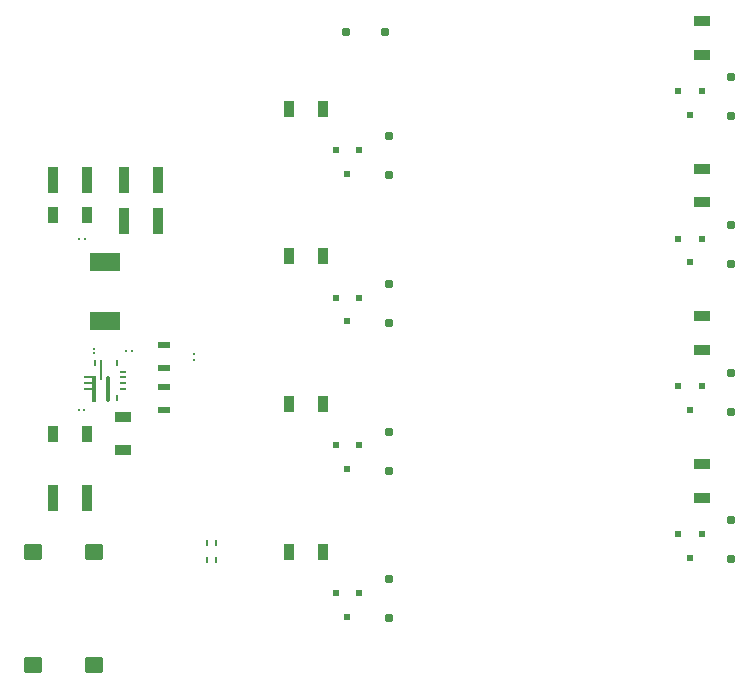
<source format=gbr>
G04 --- HEADER BEGIN --- *
G04 #@! TF.GenerationSoftware,LibrePCB,LibrePCB,1.0.0*
G04 #@! TF.CreationDate,2024-04-28T16:03:24*
G04 #@! TF.ProjectId,OSm Thermal,b11a65fa-6c4c-431c-8545-341aca355aaf,v1.5*
G04 #@! TF.Part,Single*
G04 #@! TF.SameCoordinates*
G04 #@! TF.FileFunction,Paste,Top*
G04 #@! TF.FilePolarity,Positive*
%FSLAX66Y66*%
%MOMM*%
G01*
G75*
G04 --- HEADER END --- *
G04 --- APERTURE LIST BEGIN --- *
%AMROUNDEDRECT10*20,1,0.72,-0.225,0.0,0.225,0.0,0.0*20,1,0.45,-0.36,0.0,0.36,0.0,0.0*1,1,0.27,-0.225,0.225*1,1,0.27,0.225,0.225*1,1,0.27,0.225,-0.225*1,1,0.27,-0.225,-0.225*%
%ADD10ROUNDEDRECT10*%
%AMROUNDEDRECT11*20,1,1.6,-1.25,0.0,1.25,0.0,0.0*20,1,1.5,-1.3,0.0,1.3,0.0,0.0*1,1,0.1,-1.25,0.75*1,1,0.1,1.25,0.75*1,1,0.1,1.25,-0.75*1,1,0.1,-1.25,-0.75*%
%ADD11ROUNDEDRECT11*%
%AMROUNDEDRECT12*20,1,0.2,-0.2375,0.0,0.2375,0.0,0.0*20,1,0.125,-0.275,0.0,0.275,0.0,0.0*1,1,0.075,-0.2375,0.0625*1,1,0.075,0.2375,0.0625*1,1,0.075,0.2375,-0.0625*1,1,0.075,-0.2375,-0.0625*%
%ADD12ROUNDEDRECT12*%
%AMROUNDEDRECT13*20,1,0.2,-0.2375,0.0,0.2375,0.0,90.0*20,1,0.125,-0.275,0.0,0.275,0.0,90.0*1,1,0.075,-0.0625,-0.2375*1,1,0.075,-0.0625,0.2375*1,1,0.075,0.0625,0.2375*1,1,0.075,0.0625,-0.2375*%
%ADD13ROUNDEDRECT13*%
%AMROUNDEDRECT14*20,1,0.2,-0.2875,0.0,0.2875,0.0,0.0*20,1,0.125,-0.325,0.0,0.325,0.0,0.0*1,1,0.075,-0.2875,0.0625*1,1,0.075,0.2875,0.0625*1,1,0.075,0.2875,-0.0625*1,1,0.075,-0.2875,-0.0625*%
%ADD14ROUNDEDRECT14*%
%AMOUTLINE15*4,1,16,0.15,-1.086603,0.186603,-1.05,0.2,-1.0,0.2,1.0,0.186603,1.05,0.15,1.086603,0.1,1.1,-0.1,1.1,-0.15,1.086603,-0.186603,1.05,-0.2,1.0,-0.2,-1.0,-0.186603,-1.05,-0.15,-1.086603,-0.1,-1.1,0.1,-1.1,0.15,-1.086603,180.0*%
%ADD15OUTLINE15*%
%AMROUNDEDRECT16*20,1,0.2,-0.8375,0.0,0.8375,0.0,90.0*20,1,0.125,-0.875,0.0,0.875,0.0,90.0*1,1,0.075,-0.0625,-0.8375*1,1,0.075,-0.0625,0.8375*1,1,0.075,0.0625,0.8375*1,1,0.075,0.0625,-0.8375*%
%ADD16ROUNDEDRECT16*%
%AMROUNDEDRECT17*20,1,0.32,-1.0,0.0,1.0,0.0,90.0*20,1,0.2,-1.06,0.0,1.06,0.0,90.0*1,1,0.12,-0.1,-1.0*1,1,0.12,-0.1,1.0*1,1,0.12,0.1,1.0*1,1,0.12,0.1,-1.0*%
%ADD17ROUNDEDRECT17*%
%ADD18R,1.1X0.6*%
%ADD19R,1.39X0.84*%
%ADD20R,0.185X0.16*%
%ADD21R,0.84X1.39*%
%ADD22R,0.84X2.29*%
%AMROUNDEDRECT23*20,1,0.56,-0.175,0.0,0.175,0.0,0.0*20,1,0.35,-0.28,0.0,0.28,0.0,0.0*1,1,0.21,-0.175,0.175*1,1,0.21,0.175,0.175*1,1,0.21,0.175,-0.175*1,1,0.21,-0.175,-0.175*%
%ADD23ROUNDEDRECT23*%
%AMROUNDEDRECT24*20,1,1.28,-0.652,0.0,0.652,0.0,0.0*20,1,1.104,-0.74,0.0,0.74,0.0,0.0*1,1,0.176,-0.652,0.552*1,1,0.176,0.652,0.552*1,1,0.176,0.652,-0.552*1,1,0.176,-0.652,-0.552*%
%ADD24ROUNDEDRECT24*%
%ADD25R,0.24X0.24*%
%ADD26R,0.16X0.185*%
%AMROUNDEDRECT27*20,1,0.24,-0.175,0.0,0.175,0.0,90.0*20,1,0.15,-0.22,0.0,0.22,0.0,90.0*1,1,0.09,-0.075,-0.175*1,1,0.09,-0.075,0.175*1,1,0.09,0.075,0.175*1,1,0.09,0.075,-0.175*%
%ADD27ROUNDEDRECT27*%
G04 --- APERTURE LIST END --- *
G04 --- BOARD BEGIN --- *
D10*
G04 #@! TO.C,D6*
X84500000Y-47850000D03*
X84500000Y-51150000D03*
D11*
G04 #@! TO.C,L1*
X31500000Y-31000000D03*
X31500000Y-26000000D03*
D10*
G04 #@! TO.C,D7*
X84500000Y-35350000D03*
X84500000Y-38650000D03*
G04 #@! TO.C,D9*
X84500000Y-10350000D03*
X84500000Y-13650000D03*
D12*
G04 #@! TO.C,U1*
X33000000Y-35750000D03*
D13*
X32500000Y-37500000D03*
X32500000Y-34500000D03*
D14*
X30050000Y-36250000D03*
D13*
X30600000Y-34500000D03*
D12*
X33000000Y-35250000D03*
D15*
X30500000Y-36700000D03*
D12*
X33000000Y-36250000D03*
X33000000Y-36750000D03*
D16*
X31100000Y-35100000D03*
D14*
X30050000Y-35750000D03*
D17*
X31700000Y-36700000D03*
D14*
X30050000Y-36750000D03*
D18*
G04 #@! TO.C,R2*
X36500000Y-34975000D03*
X36500000Y-33025000D03*
D19*
G04 #@! TO.C,R10*
X82000000Y-20925000D03*
X82000000Y-18075000D03*
D20*
G04 #@! TO.C,C5*
X29688000Y-38500000D03*
X29312000Y-38500000D03*
D21*
G04 #@! TO.C,C4*
X29925000Y-40500000D03*
X27075000Y-40500000D03*
D22*
G04 #@! TO.C,C7*
X27075000Y-19000000D03*
X29925000Y-19000000D03*
D18*
G04 #@! TO.C,R3*
X36500000Y-38475000D03*
X36500000Y-36525000D03*
D23*
G04 #@! TO.C,Q2*
X53000000Y-41500000D03*
X51000000Y-41500000D03*
X52000000Y-43500000D03*
D19*
G04 #@! TO.C,R1*
X33000000Y-39075000D03*
X33000000Y-41925000D03*
D22*
G04 #@! TO.C,C3*
X29925000Y-46000000D03*
X27075000Y-46000000D03*
D24*
G04 #@! TO.C,BR1*
X25400000Y-60100000D03*
X30500000Y-50500000D03*
X25400000Y-50500000D03*
X30500000Y-60100000D03*
D21*
G04 #@! TO.C,R5*
X49925000Y-38000000D03*
X47075000Y-38000000D03*
D23*
G04 #@! TO.C,Q5*
X82000000Y-49000000D03*
X80000000Y-49000000D03*
X81000000Y-51000000D03*
D25*
G04 #@! TO.C,C1*
X33750000Y-33500000D03*
X33250000Y-33500000D03*
G04 #@! TO.C,C10*
X29250000Y-24000000D03*
X29750000Y-24000000D03*
D10*
G04 #@! TO.C,D3*
X55500000Y-40350000D03*
X55500000Y-43650000D03*
D26*
G04 #@! TO.C,C2*
X30500000Y-33688000D03*
X30500000Y-33312000D03*
D10*
G04 #@! TO.C,D2*
X55500000Y-52850000D03*
X55500000Y-56150000D03*
D23*
G04 #@! TO.C,Q4*
X53000000Y-16500000D03*
X51000000Y-16500000D03*
X52000000Y-18500000D03*
D10*
G04 #@! TO.C,D8*
X84500000Y-22850000D03*
X84500000Y-26150000D03*
D21*
G04 #@! TO.C,R4*
X49925000Y-50500000D03*
X47075000Y-50500000D03*
D23*
G04 #@! TO.C,Q8*
X82000000Y-11500000D03*
X80000000Y-11500000D03*
X81000000Y-13500000D03*
D21*
G04 #@! TO.C,R7*
X49925000Y-13000000D03*
X47075000Y-13000000D03*
D23*
G04 #@! TO.C,Q3*
X53000000Y-29000000D03*
X51000000Y-29000000D03*
X52000000Y-31000000D03*
D21*
G04 #@! TO.C,C6*
X27075000Y-22000000D03*
X29925000Y-22000000D03*
D19*
G04 #@! TO.C,R11*
X82000000Y-8425000D03*
X82000000Y-5575000D03*
G04 #@! TO.C,R8*
X82000000Y-45925000D03*
X82000000Y-43075000D03*
D10*
G04 #@! TO.C,D4*
X55500000Y-27850000D03*
X55500000Y-31150000D03*
D23*
G04 #@! TO.C,Q1*
X53000000Y-54000000D03*
X51000000Y-54000000D03*
X52000000Y-56000000D03*
D27*
G04 #@! TO.C,U2*
X40900000Y-51200000D03*
X40900000Y-49800000D03*
X40100000Y-49800000D03*
X40100000Y-51200000D03*
D23*
G04 #@! TO.C,Q7*
X82000000Y-24000000D03*
X80000000Y-24000000D03*
X81000000Y-26000000D03*
D21*
G04 #@! TO.C,R6*
X49925000Y-25500000D03*
X47075000Y-25500000D03*
D19*
G04 #@! TO.C,R9*
X82000000Y-33425000D03*
X82000000Y-30575000D03*
D22*
G04 #@! TO.C,C9*
X35925000Y-22500000D03*
X33075000Y-22500000D03*
D10*
G04 #@! TO.C,D5*
X55500000Y-15350000D03*
X55500000Y-18650000D03*
D25*
G04 #@! TO.C,C11*
X39000000Y-34250000D03*
X39000000Y-33750000D03*
D22*
G04 #@! TO.C,C8*
X35925000Y-19000000D03*
X33075000Y-19000000D03*
D23*
G04 #@! TO.C,Q6*
X82000000Y-36500000D03*
X80000000Y-36500000D03*
X81000000Y-38500000D03*
D10*
G04 #@! TO.C,D1*
X55150000Y-6500000D03*
X51850000Y-6500000D03*
G04 --- BOARD END --- *
G04 #@! TF.MD5,643d3f7d69af984c3a097659a17a922a*
M02*

</source>
